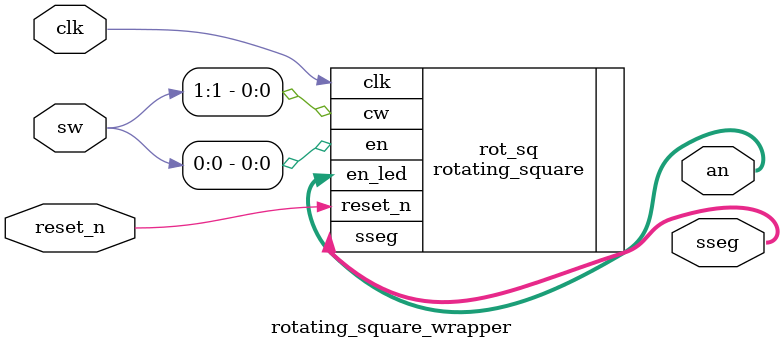
<source format=sv>
`timescale 1ns / 1ps


module rotating_square_wrapper #(parameter N=27)(
    input logic clk,
    input logic reset_n,
    input logic [1:0] sw,
    output logic [7:0] an, // enable for the 7-seg displays
    output logic [7:0] sseg // led segments
    );
    
    rotating_square #(.N(N)) rot_sq(
        .clk(clk),
        .reset_n(reset_n),
        .en(sw[0]),
        .cw(sw[1]),
        .en_led(an), // enable for the 7-seg displays
        .sseg(sseg) // led segments
    );
    
endmodule

</source>
